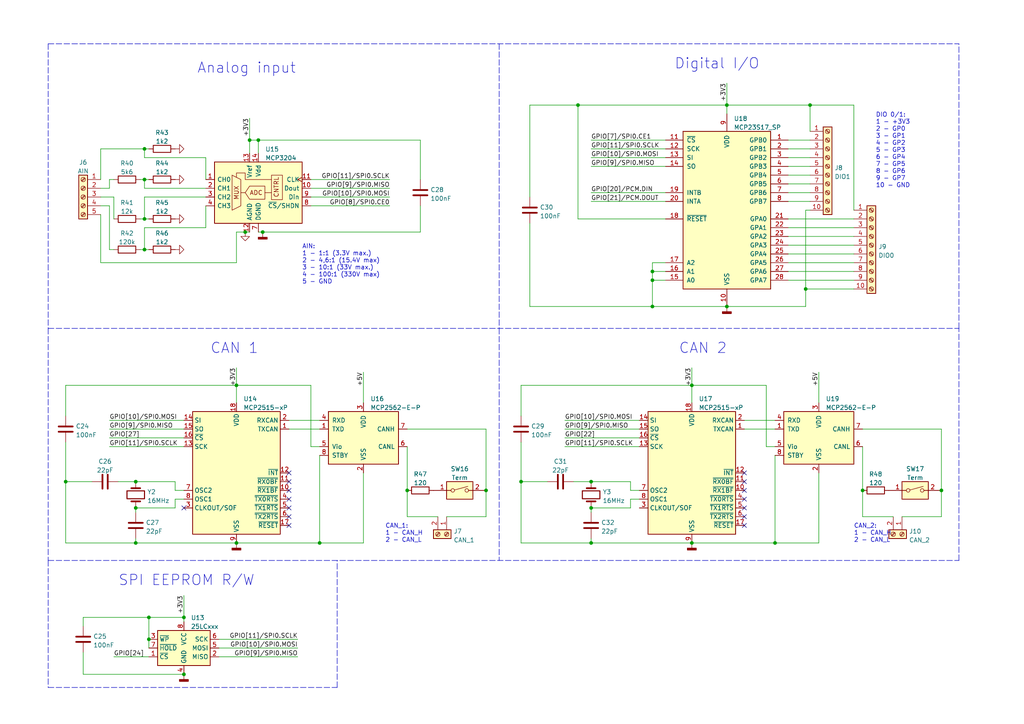
<source format=kicad_sch>
(kicad_sch (version 20211123) (generator eeschema)
  (paper "A4")
  (title_block (title "The Ulysses Board") (date "2022-09-04") (rev "1.3") (company "Dirk Gottschalk") (comment 1 "Extnded IO module") (comment 2 "Schematics") (comment 3 "Draft") (comment 4 "EN") (comment 5 "Tech- dev.") (comment 6 "n/a") (comment 7 "Dirk Gottschalk"))
  (lib_symbols
    (symbol "Analog_ADC:MCP3204" (pin_names (offset 0.762))
      (property "Reference" "U" (at -5.08 10.795 0))
      (property "Value" "MCP3204" (at -5.08 8.89 0))
      (symbol "MCP3204_0_0"
        (text "ADC" (at -0.635 -1.27 0) (effects (font (size 1.27 1.27))))
        (text "CNTRL" (at 5.969 -2.667 900) (effects (font (size 1.27 1.27)) (justify left bottom)))
        (text "MUX" (at -6.35 -1.27 900) (effects (font (size 1.27 1.27))))
      )
      (symbol "MCP3204_0_1"
        (polyline (pts (xy -5.08 -1.27) (xy -3.81 -1.27)))
        (polyline (pts (xy 1.905 -1.27) (xy 3.81 -1.27)))
        (polyline (pts (xy -7.62 3.81) (xy -7.62 -6.35) (xy -5.08 -5.08) (xy -5.08 2.54) (xy -7.62 3.81)))
        (polyline (pts (xy 3.81 2.54) (xy -3.81 2.54) (xy -3.81 4.445) (xy -6.35 4.445) (xy -6.35 3.175)))
        (polyline (pts (xy -3.81 -1.27) (xy -2.54 0.635) (xy 1.905 0.635) (xy 1.905 -3.175) (xy -2.54 -3.175) (xy -3.81 -1.27)))
        (rectangle (start 3.81 -3.302) (end 6.985 3.81))
        (rectangle (start 12.7 7.62) (end -12.7 -10.16) (stroke (width 0.254)) (fill (type background)))
      )
      (symbol "MCP3204_1_1"
        (pin input line (at -15.24 2.54 0) (length 2.54) (name "CH0") (number "1"))
        (pin output line (at 15.24 0 180) (length 2.54) (name "Dout") (number "10"))
        (pin input clock (at 15.24 2.54 180) (length 2.54) (name "CLK") (number "11"))
        (pin power_in line (at -2.54 -12.7 90) (length 2.54) (name "AGND") (number "12"))
        (pin power_in line (at -2.54 10.16 270) (length 2.54) (name "Vref") (number "13"))
        (pin power_in line (at 0 10.16 270) (length 2.54) (name "Vdd") (number "14"))
        (pin input line (at -15.24 0 0) (length 2.54) (name "CH1") (number "2"))
        (pin input line (at -15.24 -2.54 0) (length 2.54) (name "CH2") (number "3"))
        (pin input line (at -15.24 -5.08 0) (length 2.54) (name "CH3") (number "4"))
        (pin no_connect line (at -10.16 -12.7 90) (length 2.54) hide (name "NC") (number "5"))
        (pin no_connect line (at -7.62 -12.7 90) (length 2.54) hide (name "NC") (number "6"))
        (pin power_in line (at 0 -12.7 90) (length 2.54) (name "DGND") (number "7"))
        (pin input line (at 15.24 -5.08 180) (length 2.54) (name "~{CS}/SHDN") (number "8"))
        (pin input line (at 15.24 -2.54 180) (length 2.54) (name "Din") (number "9"))
      )
    )
    (symbol "Connector:Screw_Terminal_01x02" (pin_names (offset 1.016) hide)
      (property "Reference" "J" (at 0 2.54 0))
      (property "Value" "Screw_Terminal_01x02" (at 0 -5.08 0))
      (symbol "Screw_Terminal_01x02_1_1"
        (rectangle (start -1.27 1.27) (end 1.27 -3.81) (stroke (width 0.254)) (fill (type background)))
        (circle (center 0 -2.54) (radius 0.635) (stroke (width 0.1524)))
        (polyline (pts (xy -0.5334 -2.2098) (xy 0.3302 -3.048)) (stroke (width 0.1524)))
        (polyline (pts (xy -0.5334 0.3302) (xy 0.3302 -0.508)) (stroke (width 0.1524)))
        (polyline (pts (xy -0.3556 -2.032) (xy 0.508 -2.8702)) (stroke (width 0.1524)))
        (polyline (pts (xy -0.3556 0.508) (xy 0.508 -0.3302)) (stroke (width 0.1524)))
        (circle (center 0 0) (radius 0.635) (stroke (width 0.1524)))
        (pin passive line (at -5.08 0 0) (length 3.81) (name "Pin_1") (number "1"))
        (pin passive line (at -5.08 -2.54 0) (length 3.81) (name "Pin_2") (number "2"))
      )
    )
    (symbol "Connector:Screw_Terminal_01x05" (pin_names (offset 1.016) hide)
      (property "Reference" "J" (at 0 7.62 0))
      (property "Value" "Screw_Terminal_01x05" (at 0 -7.62 0))
      (symbol "Screw_Terminal_01x05_1_1"
        (rectangle (start -1.27 6.35) (end 1.27 -6.35) (stroke (width 0.254)) (fill (type background)))
        (circle (center 0 -5.08) (radius 0.635) (stroke (width 0.1524)))
        (circle (center 0 -2.54) (radius 0.635) (stroke (width 0.1524)))
        (polyline (pts (xy -0.5334 -4.7498) (xy 0.3302 -5.588)) (stroke (width 0.1524)))
        (polyline (pts (xy -0.5334 -2.2098) (xy 0.3302 -3.048)) (stroke (width 0.1524)))
        (polyline (pts (xy -0.5334 0.3302) (xy 0.3302 -0.508)) (stroke (width 0.1524)))
        (polyline (pts (xy -0.5334 2.8702) (xy 0.3302 2.032)) (stroke (width 0.1524)))
        (polyline (pts (xy -0.5334 5.4102) (xy 0.3302 4.572)) (stroke (width 0.1524)))
        (polyline (pts (xy -0.3556 -4.572) (xy 0.508 -5.4102)) (stroke (width 0.1524)))
        (polyline (pts (xy -0.3556 -2.032) (xy 0.508 -2.8702)) (stroke (width 0.1524)))
        (polyline (pts (xy -0.3556 0.508) (xy 0.508 -0.3302)) (stroke (width 0.1524)))
        (polyline (pts (xy -0.3556 3.048) (xy 0.508 2.2098)) (stroke (width 0.1524)))
        (polyline (pts (xy -0.3556 5.588) (xy 0.508 4.7498)) (stroke (width 0.1524)))
        (circle (center 0 0) (radius 0.635) (stroke (width 0.1524)))
        (circle (center 0 2.54) (radius 0.635) (stroke (width 0.1524)))
        (circle (center 0 5.08) (radius 0.635) (stroke (width 0.1524)))
        (pin passive line (at -5.08 5.08 0) (length 3.81) (name "Pin_1") (number "1"))
        (pin passive line (at -5.08 2.54 0) (length 3.81) (name "Pin_2") (number "2"))
        (pin passive line (at -5.08 0 0) (length 3.81) (name "Pin_3") (number "3"))
        (pin passive line (at -5.08 -2.54 0) (length 3.81) (name "Pin_4") (number "4"))
        (pin passive line (at -5.08 -5.08 0) (length 3.81) (name "Pin_5") (number "5"))
      )
    )
    (symbol "Connector:Screw_Terminal_01x10" (pin_names (offset 1.016) hide)
      (property "Reference" "J" (at 0 12.7 0))
      (property "Value" "Screw_Terminal_01x10" (at 0 -15.24 0))
      (symbol "Screw_Terminal_01x10_1_1"
        (rectangle (start -1.27 11.43) (end 1.27 -13.97) (stroke (width 0.254)) (fill (type background)))
        (circle (center 0 -12.7) (radius 0.635) (stroke (width 0.1524)))
        (circle (center 0 -10.16) (radius 0.635) (stroke (width 0.1524)))
        (circle (center 0 -7.62) (radius 0.635) (stroke (width 0.1524)))
        (circle (center 0 -5.08) (radius 0.635) (stroke (width 0.1524)))
        (circle (center 0 -2.54) (radius 0.635) (stroke (width 0.1524)))
        (polyline (pts (xy -0.5334 -12.3698) (xy 0.3302 -13.208)) (stroke (width 0.1524)))
        (polyline (pts (xy -0.5334 -9.8298) (xy 0.3302 -10.668)) (stroke (width 0.1524)))
        (polyline (pts (xy -0.5334 -7.2898) (xy 0.3302 -8.128)) (stroke (width 0.1524)))
        (polyline (pts (xy -0.5334 -4.7498) (xy 0.3302 -5.588)) (stroke (width 0.1524)))
        (polyline (pts (xy -0.5334 -2.2098) (xy 0.3302 -3.048)) (stroke (width 0.1524)))
        (polyline (pts (xy -0.5334 0.3302) (xy 0.3302 -0.508)) (stroke (width 0.1524)))
        (polyline (pts (xy -0.5334 2.8702) (xy 0.3302 2.032)) (stroke (width 0.1524)))
        (polyline (pts (xy -0.5334 5.4102) (xy 0.3302 4.572)) (stroke (width 0.1524)))
        (polyline (pts (xy -0.5334 7.9502) (xy 0.3302 7.112)) (stroke (width 0.1524)))
        (polyline (pts (xy -0.5334 10.4902) (xy 0.3302 9.652)) (stroke (width 0.1524)))
        (polyline (pts (xy -0.3556 -12.192) (xy 0.508 -13.0302)) (stroke (width 0.1524)))
        (polyline (pts (xy -0.3556 -9.652) (xy 0.508 -10.4902)) (stroke (width 0.1524)))
        (polyline (pts (xy -0.3556 -7.112) (xy 0.508 -7.9502)) (stroke (width 0.1524)))
        (polyline (pts (xy -0.3556 -4.572) (xy 0.508 -5.4102)) (stroke (width 0.1524)))
        (polyline (pts (xy -0.3556 -2.032) (xy 0.508 -2.8702)) (stroke (width 0.1524)))
        (polyline (pts (xy -0.3556 0.508) (xy 0.508 -0.3302)) (stroke (width 0.1524)))
        (polyline (pts (xy -0.3556 3.048) (xy 0.508 2.2098)) (stroke (width 0.1524)))
        (polyline (pts (xy -0.3556 5.588) (xy 0.508 4.7498)) (stroke (width 0.1524)))
        (polyline (pts (xy -0.3556 8.128) (xy 0.508 7.2898)) (stroke (width 0.1524)))
        (polyline (pts (xy -0.3556 10.668) (xy 0.508 9.8298)) (stroke (width 0.1524)))
        (circle (center 0 0) (radius 0.635) (stroke (width 0.1524)))
        (circle (center 0 2.54) (radius 0.635) (stroke (width 0.1524)))
        (circle (center 0 5.08) (radius 0.635) (stroke (width 0.1524)))
        (circle (center 0 7.62) (radius 0.635) (stroke (width 0.1524)))
        (circle (center 0 10.16) (radius 0.635) (stroke (width 0.1524)))
        (pin passive line (at -5.08 10.16 0) (length 3.81) (name "Pin_1") (number "1"))
        (pin passive line (at -5.08 -12.7 0) (length 3.81) (name "Pin_10") (number "10"))
        (pin passive line (at -5.08 7.62 0) (length 3.81) (name "Pin_2") (number "2"))
        (pin passive line (at -5.08 5.08 0) (length 3.81) (name "Pin_3") (number "3"))
        (pin passive line (at -5.08 2.54 0) (length 3.81) (name "Pin_4") (number "4"))
        (pin passive line (at -5.08 0 0) (length 3.81) (name "Pin_5") (number "5"))
        (pin passive line (at -5.08 -2.54 0) (length 3.81) (name "Pin_6") (number "6"))
        (pin passive line (at -5.08 -5.08 0) (length 3.81) (name "Pin_7") (number "7"))
        (pin passive line (at -5.08 -7.62 0) (length 3.81) (name "Pin_8") (number "8"))
        (pin passive line (at -5.08 -10.16 0) (length 3.81) (name "Pin_9") (number "9"))
      )
    )
    (symbol "Device:C" (pin_numbers hide) (pin_names (offset 0.254))
      (property "Reference" "C" (at 0.635 2.54 0))
      (property "Value" "C" (at 0.635 -2.54 0))
      (symbol "C_0_1"
        (polyline (pts (xy -2.032 -0.762) (xy 2.032 -0.762)) (stroke (width 0.508)))
        (polyline (pts (xy -2.032 0.762) (xy 2.032 0.762)) (stroke (width 0.508)))
      )
      (symbol "C_1_1"
        (pin passive line (at 0 3.81 270) (length 2.794) (name "~") (number "1"))
        (pin passive line (at 0 -3.81 90) (length 2.794) (name "~") (number "2"))
      )
    )
    (symbol "Device:Crystal" (pin_numbers hide) (pin_names (offset 1.016) hide)
      (property "Reference" "Y" (at 0 3.81 0))
      (property "Value" "Crystal" (at 0 -3.81 0))
      (symbol "Crystal_0_1"
        (rectangle (start -1.143 2.54) (end 1.143 -2.54) (stroke (width 0.3048)))
        (polyline (pts (xy -2.54 0) (xy -1.905 0)))
        (polyline (pts (xy -1.905 -1.27) (xy -1.905 1.27)) (stroke (width 0.508)))
        (polyline (pts (xy 1.905 -1.27) (xy 1.905 1.27)) (stroke (width 0.508)))
        (polyline (pts (xy 2.54 0) (xy 1.905 0)))
      )
      (symbol "Crystal_1_1"
        (pin passive line (at -3.81 0 0) (length 1.27) (name "1") (number "1"))
        (pin passive line (at 3.81 0 180) (length 1.27) (name "2") (number "2"))
      )
    )
    (symbol "Device:R" (pin_numbers hide) (pin_names (offset 0))
      (property "Reference" "R" (at 2.032 0 90))
      (property "Value" "R" (at 0 0 90))
      (symbol "R_0_1"
        (rectangle (start -1.016 -2.54) (end 1.016 2.54) (stroke (width 0.254)))
      )
      (symbol "R_1_1"
        (pin passive line (at 0 3.81 270) (length 1.27) (name "~") (number "1"))
        (pin passive line (at 0 -3.81 90) (length 1.27) (name "~") (number "2"))
      )
    )
    (symbol "Interface_CAN_LIN_custom:MCP2515-xP"
      (property "Reference" "U" (at -10.16 19.685 0))
      (property "Value" "MCP2515-xP" (at 19.05 20.32 0))
      (symbol "MCP2515-xP_0_1"
        (rectangle (start -12.7 17.78) (end 12.7 -17.78) (stroke (width 0.254)) (fill (type background)))
      )
      (symbol "MCP2515-xP_1_1"
        (pin output line (at 15.24 12.7 180) (length 2.54) (name "TXCAN") (number "1"))
        (pin output line (at 15.24 -5.08 180) (length 2.54) (name "~{RX1BF}") (number "10"))
        (pin output line (at 15.24 -2.54 180) (length 2.54) (name "~{RX0BF}") (number "11"))
        (pin output line (at 15.24 0 180) (length 2.54) (name "~{INT}") (number "12"))
        (pin input line (at -15.24 7.62 0) (length 2.54) (name "SCK") (number "13"))
        (pin input line (at -15.24 15.24 0) (length 2.54) (name "SI") (number "14"))
        (pin output line (at -15.24 12.7 0) (length 2.54) (name "SO") (number "15"))
        (pin input line (at -15.24 10.16 0) (length 2.54) (name "~{CS}") (number "16"))
        (pin input line (at 15.24 -15.24 180) (length 2.54) (name "~{RESET}") (number "17"))
        (pin power_in line (at 0 20.32 270) (length 2.54) (name "VDD") (number "18"))
        (pin input line (at 15.24 15.24 180) (length 2.54) (name "RXCAN") (number "2"))
        (pin output line (at -15.24 -10.16 0) (length 2.54) (name "CLKOUT/SOF") (number "3"))
        (pin input line (at 15.24 -7.62 180) (length 2.54) (name "~{TX0RTS}") (number "4"))
        (pin input line (at 15.24 -10.16 180) (length 2.54) (name "~{TX1RTS}") (number "5"))
        (pin input line (at 15.24 -12.7 180) (length 2.54) (name "~{TX2RTS}") (number "6"))
        (pin output line (at -15.24 -5.08 0) (length 2.54) (name "OSC2") (number "7"))
        (pin input line (at -15.24 -7.62 0) (length 2.54) (name "OSC1") (number "8"))
        (pin power_in line (at 0 -20.32 90) (length 2.54) (name "VSS") (number "9"))
      )
    )
    (symbol "Interface_Expansion:MCP23S17_SP" (pin_names (offset 1.016))
      (property "Reference" "U" (at -11.43 24.13 0))
      (property "Value" "MCP23S17_SP" (at 0 0 0))
      (symbol "MCP23S17_SP_0_1"
        (rectangle (start -12.7 22.86) (end 12.7 -22.86) (stroke (width 0.254)) (fill (type background)))
      )
      (symbol "MCP23S17_SP_1_1"
        (pin bidirectional line (at 17.78 20.32 180) (length 5.08) (name "GPB0") (number "1"))
        (pin power_in line (at 0 -27.94 90) (length 5.08) (name "VSS") (number "10"))
        (pin input line (at -17.78 20.32 0) (length 5.08) (name "~{CS}") (number "11"))
        (pin input line (at -17.78 17.78 0) (length 5.08) (name "SCK") (number "12"))
        (pin input line (at -17.78 15.24 0) (length 5.08) (name "SI") (number "13"))
        (pin output line (at -17.78 12.7 0) (length 5.08) (name "SO") (number "14"))
        (pin input line (at -17.78 -20.32 0) (length 5.08) (name "A0") (number "15"))
        (pin input line (at -17.78 -17.78 0) (length 5.08) (name "A1") (number "16"))
        (pin input line (at -17.78 -15.24 0) (length 5.08) (name "A2") (number "17"))
        (pin input line (at -17.78 -2.54 0) (length 5.08) (name "~{RESET}") (number "18"))
        (pin tri_state line (at -17.78 5.08 0) (length 5.08) (name "INTB") (number "19"))
        (pin bidirectional line (at 17.78 17.78 180) (length 5.08) (name "GPB1") (number "2"))
        (pin tri_state line (at -17.78 2.54 0) (length 5.08) (name "INTA") (number "20"))
        (pin bidirectional line (at 17.78 -2.54 180) (length 5.08) (name "GPA0") (number "21"))
        (pin bidirectional line (at 17.78 -5.08 180) (length 5.08) (name "GPA1") (number "22"))
        (pin bidirectional line (at 17.78 -7.62 180) (length 5.08) (name "GPA2") (number "23"))
        (pin bidirectional line (at 17.78 -10.16 180) (length 5.08) (name "GPA3") (number "24"))
        (pin bidirectional line (at 17.78 -12.7 180) (length 5.08) (name "GPA4") (number "25"))
        (pin bidirectional line (at 17.78 -15.24 180) (length 5.08) (name "GPA5") (number "26"))
        (pin bidirectional line (at 17.78 -17.78 180) (length 5.08) (name "GPA6") (number "27"))
        (pin bidirectional line (at 17.78 -20.32 180) (length 5.08) (name "GPA7") (number "28"))
        (pin bidirectional line (at 17.78 15.24 180) (length 5.08) (name "GPB2") (number "3"))
        (pin bidirectional line (at 17.78 12.7 180) (length 5.08) (name "GPB3") (number "4"))
        (pin bidirectional line (at 17.78 10.16 180) (length 5.08) (name "GPB4") (number "5"))
        (pin bidirectional line (at 17.78 7.62 180) (length 5.08) (name "GPB5") (number "6"))
        (pin bidirectional line (at 17.78 5.08 180) (length 5.08) (name "GPB6") (number "7"))
        (pin bidirectional line (at 17.78 2.54 180) (length 5.08) (name "GPB7") (number "8"))
        (pin power_in line (at 0 27.94 270) (length 5.08) (name "VDD") (number "9"))
      )
    )
    (symbol "MCP2562-E-P_1" (pin_names (offset 1.016))
      (property "Reference" "U" (at -10.16 8.89 0))
      (property "Value" "MCP2562-E-P_1" (at 2.54 8.89 0))
      (symbol "MCP2562-E-P_1_0_1"
        (rectangle (start -10.16 7.62) (end 10.16 -7.62) (stroke (width 0.254)) (fill (type background)))
      )
      (symbol "MCP2562-E-P_1_1_1"
        (pin input line (at -12.7 2.54 0) (length 2.54) (name "TXD") (number "1"))
        (pin power_in line (at 0 -10.16 90) (length 2.54) (name "VSS") (number "2"))
        (pin power_in line (at 0 10.16 270) (length 2.54) (name "VDD") (number "3"))
        (pin output line (at -12.7 5.08 0) (length 2.54) (name "RXD") (number "4"))
        (pin power_in line (at -12.7 -2.54 0) (length 2.54) (name "Vio") (number "5"))
        (pin bidirectional line (at 12.7 -2.54 180) (length 2.54) (name "CANL") (number "6"))
        (pin bidirectional line (at 12.7 2.54 180) (length 2.54) (name "CANH") (number "7"))
        (pin input line (at -12.7 -5.08 0) (length 2.54) (name "STBY") (number "8"))
      )
    )
    (symbol "Memory_EEPROM:25LCxxx"
      (property "Reference" "U" (at -7.62 6.35 0))
      (property "Value" "25LCxxx" (at 2.54 -6.35 0))
      (symbol "25LCxxx_1_1"
        (rectangle (start -7.62 5.08) (end 7.62 -5.08) (stroke (width 0.254)) (fill (type background)))
        (pin input line (at -10.16 -2.54 0) (length 2.54) (name "~{CS}") (number "1"))
        (pin tri_state line (at 10.16 -2.54 180) (length 2.54) (name "MISO") (number "2"))
        (pin input line (at -10.16 2.54 0) (length 2.54) (name "~{WP}") (number "3"))
        (pin power_in line (at 0 -7.62 90) (length 2.54) (name "GND") (number "4"))
        (pin input line (at 10.16 0 180) (length 2.54) (name "MOSI") (number "5"))
        (pin input line (at 10.16 2.54 180) (length 2.54) (name "SCK") (number "6"))
        (pin input line (at -10.16 0 0) (length 2.54) (name "~{HOLD}") (number "7"))
        (pin power_in line (at 0 7.62 270) (length 2.54) (name "VCC") (number "8"))
      )
    )
    (symbol "Switch:SW_DIP_x01" (pin_names (offset 0) hide)
      (property "Reference" "SW" (at 0 3.81 0))
      (property "Value" "SW_DIP_x01" (at 0 -3.81 0))
      (symbol "SW_DIP_x01_0_0"
        (circle (center -2.032 0) (radius 0.508))
        (polyline (pts (xy -1.524 0.127) (xy 2.3622 1.1684)))
        (circle (center 2.032 0) (radius 0.508))
      )
      (symbol "SW_DIP_x01_0_1"
        (rectangle (start -3.81 2.54) (end 3.81 -2.54) (stroke (width 0.254)) (fill (type background)))
      )
      (symbol "SW_DIP_x01_1_1"
        (pin passive line (at -7.62 0 0) (length 5.08) (name "~") (number "1"))
        (pin passive line (at 7.62 0 180) (length 5.08) (name "~") (number "2"))
      )
    )
    (symbol "power:GNDA" (power) (pin_names (offset 0))
      (property "Value" "GNDA" (at 0 -3.81 0))
      (symbol "GNDA_0_1"
        (polyline (pts (xy 0 0) (xy 0 -1.27) (xy 1.27 -1.27) (xy 0 -2.54) (xy -1.27 -1.27) (xy 0 -1.27)))
      )
      (symbol "GNDA_1_1"
        (pin power_in line (at 0 0 270) (length 0) hide (name "GNDA") (number "1"))
      )
    )
    (symbol "power:GNDD" (power) (pin_names (offset 0))
      (property "Value" "GNDD" (at 0 -3.175 0))
      (symbol "GNDD_0_1"
        (rectangle (start -1.27 -1.524) (end 1.27 -2.032) (stroke (width 0.254)) (fill (type outline)))
        (polyline (pts (xy 0 0) (xy 0 -1.524)))
      )
      (symbol "GNDD_1_1"
        (pin power_in line (at 0 0 270) (length 0) hide (name "GNDD") (number "1"))
      )
    )
  )
  (junction (at 71.12 67.31))
  (junction (at 74.93 40.64))
  (junction (at 224.79 157.48))
  (junction (at 189.23 88.9))
  (junction (at 171.45 157.48))
  (junction (at 210.82 30.48))
  (junction (at 41.91 72.39))
  (junction (at 72.39 40.64))
  (junction (at 210.82 88.9))
  (junction (at 140.97 142.24))
  (junction (at 53.34 195.58))
  (junction (at 233.68 83.82))
  (junction (at 171.45 147.32))
  (junction (at 151.13 139.7))
  (junction (at 39.37 157.48))
  (junction (at 53.34 179.07))
  (junction (at 189.23 81.28))
  (junction (at 171.45 139.7))
  (junction (at 41.91 52.07))
  (junction (at 167.64 30.48))
  (junction (at 39.37 139.7))
  (junction (at 189.23 78.74))
  (junction (at 39.37 147.32))
  (junction (at 92.71 157.48))
  (junction (at 68.58 157.48))
  (junction (at 118.11 142.24))
  (junction (at 200.66 111.76))
  (junction (at 41.91 63.5))
  (junction (at 68.58 111.76))
  (junction (at 76.2 67.31))
  (junction (at 43.18 185.42))
  (junction (at 43.18 179.07))
  (junction (at 273.05 142.24))
  (junction (at 250.19 142.24))
  (junction (at 41.91 43.18))
  (junction (at 234.95 30.48))
  (junction (at 200.66 157.48))
  (junction (at 19.05 139.7))
  (no_connect (at 215.9 137.16))
  (no_connect (at 215.9 139.7))
  (no_connect (at 215.9 142.24))
  (no_connect (at 215.9 144.78))
  (no_connect (at 215.9 147.32))
  (no_connect (at 215.9 149.86))
  (no_connect (at 215.9 152.4))
  (no_connect (at 83.82 137.16))
  (no_connect (at 83.82 139.7))
  (no_connect (at 83.82 142.24))
  (no_connect (at 83.82 152.4))
  (no_connect (at 83.82 144.78))
  (no_connect (at 83.82 147.32))
  (no_connect (at 83.82 149.86))
  (no_connect (at 53.34 147.32))
  (wire (pts (xy 234.95 45.72) (xy 228.6 45.72)))
  (wire (pts (xy 171.45 157.48) (xy 200.66 157.48)))
  (wire (pts (xy 29.21 57.15) (xy 33.02 57.15)))
  (wire (pts (xy 41.91 52.07) (xy 40.64 52.07)))
  (wire (pts (xy 167.64 30.48) (xy 210.82 30.48)))
  (wire (pts (xy 29.21 43.18) (xy 41.91 43.18)))
  (wire (pts (xy 121.92 40.64) (xy 121.92 52.07)))
  (wire (pts (xy 59.69 54.61) (xy 41.91 54.61)))
  (wire (pts (xy 31.75 124.46) (xy 53.34 124.46)))
  (wire (pts (xy 163.83 121.92) (xy 185.42 121.92)))
  (wire (pts (xy 127 149.86) (xy 118.11 149.86)))
  (polyline (pts (xy 13.97 199.39) (xy 97.79 199.39)))
  (wire (pts (xy 228.6 73.66) (xy 247.65 73.66)))
  (polyline (pts (xy 13.97 162.56) (xy 278.13 162.56)))
  (wire (pts (xy 193.04 76.2) (xy 189.23 76.2)))
  (wire (pts (xy 24.13 189.23) (xy 24.13 195.58)))
  (wire (pts (xy 250.19 149.86) (xy 250.19 142.24)))
  (wire (pts (xy 224.79 129.54) (xy 222.25 129.54)))
  (wire (pts (xy 41.91 63.5) (xy 40.64 63.5)))
  (wire (pts (xy 228.6 63.5) (xy 247.65 63.5)))
  (wire (pts (xy 39.37 147.32) (xy 50.8 147.32)))
  (wire (pts (xy 215.9 124.46) (xy 224.79 124.46)))
  (wire (pts (xy 39.37 139.7) (xy 50.8 139.7)))
  (wire (pts (xy 29.21 76.2) (xy 68.58 76.2)))
  (wire (pts (xy 33.02 72.39) (xy 31.75 72.39)))
  (wire (pts (xy 129.54 149.86) (xy 140.97 149.86)))
  (wire (pts (xy 68.58 111.76) (xy 68.58 116.84)))
  (wire (pts (xy 39.37 157.48) (xy 68.58 157.48)))
  (wire (pts (xy 182.88 147.32) (xy 182.88 144.78)))
  (wire (pts (xy 234.95 48.26) (xy 228.6 48.26)))
  (wire (pts (xy 24.13 179.07) (xy 43.18 179.07)))
  (wire (pts (xy 215.9 121.92) (xy 224.79 121.92)))
  (wire (pts (xy 59.69 45.72) (xy 41.91 45.72)))
  (wire (pts (xy 247.65 60.96) (xy 247.65 30.48)))
  (wire (pts (xy 59.69 66.04) (xy 41.91 66.04)))
  (wire (pts (xy 259.08 149.86) (xy 250.19 149.86)))
  (wire (pts (xy 41.91 45.72) (xy 41.91 43.18)))
  (wire (pts (xy 151.13 139.7) (xy 151.13 157.48)))
  (wire (pts (xy 167.64 63.5) (xy 167.64 30.48)))
  (wire (pts (xy 234.95 55.88) (xy 228.6 55.88)))
  (wire (pts (xy 19.05 139.7) (xy 26.67 139.7)))
  (wire (pts (xy 151.13 128.27) (xy 151.13 139.7)))
  (wire (pts (xy 237.49 137.16) (xy 237.49 157.48)))
  (wire (pts (xy 151.13 111.76) (xy 200.66 111.76)))
  (wire (pts (xy 43.18 52.07) (xy 41.91 52.07)))
  (polyline (pts (xy 13.97 95.25) (xy 13.97 162.56)))
  (wire (pts (xy 189.23 76.2) (xy 189.23 78.74)))
  (wire (pts (xy 39.37 147.32) (xy 39.37 148.59)))
  (wire (pts (xy 105.41 137.16) (xy 105.41 157.48)))
  (wire (pts (xy 171.45 45.72) (xy 193.04 45.72)))
  (wire (pts (xy 224.79 157.48) (xy 200.66 157.48)))
  (wire (pts (xy 53.34 179.07) (xy 53.34 180.34)))
  (wire (pts (xy 228.6 71.12) (xy 247.65 71.12)))
  (wire (pts (xy 41.91 43.18) (xy 43.18 43.18)))
  (wire (pts (xy 24.13 179.07) (xy 24.13 181.61)))
  (wire (pts (xy 29.21 54.61) (xy 31.75 54.61)))
  (wire (pts (xy 182.88 142.24) (xy 185.42 142.24)))
  (wire (pts (xy 166.37 139.7) (xy 171.45 139.7)))
  (wire (pts (xy 50.8 139.7) (xy 50.8 142.24)))
  (wire (pts (xy 63.5 187.96) (xy 86.36 187.96)))
  (wire (pts (xy 234.95 43.18) (xy 228.6 43.18)))
  (wire (pts (xy 41.91 57.15) (xy 41.91 63.5)))
  (wire (pts (xy 210.82 88.9) (xy 189.23 88.9)))
  (wire (pts (xy 105.41 107.95) (xy 105.41 116.84)))
  (wire (pts (xy 63.5 190.5) (xy 86.36 190.5)))
  (wire (pts (xy 171.45 58.42) (xy 193.04 58.42)))
  (wire (pts (xy 234.95 40.64) (xy 228.6 40.64)))
  (wire (pts (xy 118.11 129.54) (xy 118.11 142.24)))
  (wire (pts (xy 19.05 120.65) (xy 19.05 111.76)))
  (wire (pts (xy 74.93 40.64) (xy 72.39 40.64)))
  (wire (pts (xy 59.69 52.07) (xy 59.69 45.72)))
  (wire (pts (xy 247.65 83.82) (xy 233.68 83.82)))
  (wire (pts (xy 83.82 121.92) (xy 92.71 121.92)))
  (wire (pts (xy 19.05 111.76) (xy 68.58 111.76)))
  (polyline (pts (xy 144.78 95.25) (xy 144.78 162.56)))
  (polyline (pts (xy 13.97 12.7) (xy 278.13 12.7)))
  (wire (pts (xy 92.71 129.54) (xy 90.17 129.54)))
  (wire (pts (xy 118.11 124.46) (xy 140.97 124.46)))
  (wire (pts (xy 121.92 59.69) (xy 121.92 67.31)))
  (wire (pts (xy 273.05 149.86) (xy 273.05 142.24)))
  (wire (pts (xy 90.17 111.76) (xy 68.58 111.76)))
  (wire (pts (xy 234.95 60.96) (xy 233.68 60.96)))
  (polyline (pts (xy 13.97 12.7) (xy 13.97 95.25)))
  (wire (pts (xy 151.13 120.65) (xy 151.13 111.76)))
  (wire (pts (xy 90.17 54.61) (xy 113.03 54.61)))
  (wire (pts (xy 72.39 34.29) (xy 72.39 40.64)))
  (wire (pts (xy 163.83 129.54) (xy 185.42 129.54)))
  (wire (pts (xy 234.95 50.8) (xy 228.6 50.8)))
  (wire (pts (xy 43.18 63.5) (xy 41.91 63.5)))
  (wire (pts (xy 153.67 57.15) (xy 153.67 30.48)))
  (wire (pts (xy 59.69 57.15) (xy 41.91 57.15)))
  (wire (pts (xy 210.82 30.48) (xy 210.82 33.02)))
  (wire (pts (xy 171.45 147.32) (xy 182.88 147.32)))
  (wire (pts (xy 228.6 78.74) (xy 247.65 78.74)))
  (wire (pts (xy 234.95 38.1) (xy 234.95 30.48)))
  (polyline (pts (xy 13.97 162.56) (xy 13.97 199.39)))
  (wire (pts (xy 234.95 58.42) (xy 228.6 58.42)))
  (wire (pts (xy 151.13 139.7) (xy 158.75 139.7)))
  (wire (pts (xy 171.45 55.88) (xy 193.04 55.88)))
  (wire (pts (xy 105.41 157.48) (xy 92.71 157.48)))
  (wire (pts (xy 233.68 60.96) (xy 233.68 83.82)))
  (wire (pts (xy 19.05 157.48) (xy 39.37 157.48)))
  (wire (pts (xy 29.21 59.69) (xy 31.75 59.69)))
  (wire (pts (xy 72.39 40.64) (xy 72.39 44.45)))
  (wire (pts (xy 50.8 142.24) (xy 53.34 142.24)))
  (wire (pts (xy 210.82 24.13) (xy 210.82 30.48)))
  (wire (pts (xy 90.17 129.54) (xy 90.17 111.76)))
  (wire (pts (xy 41.91 72.39) (xy 40.64 72.39)))
  (wire (pts (xy 31.75 54.61) (xy 31.75 52.07)))
  (wire (pts (xy 43.18 179.07) (xy 43.18 185.42)))
  (wire (pts (xy 200.66 106.68) (xy 200.66 111.76)))
  (wire (pts (xy 71.12 67.31) (xy 72.39 67.31)))
  (wire (pts (xy 43.18 185.42) (xy 43.18 187.96)))
  (wire (pts (xy 171.45 43.18) (xy 193.04 43.18)))
  (wire (pts (xy 228.6 76.2) (xy 247.65 76.2)))
  (wire (pts (xy 34.29 139.7) (xy 39.37 139.7)))
  (wire (pts (xy 171.45 48.26) (xy 193.04 48.26)))
  (wire (pts (xy 90.17 59.69) (xy 113.03 59.69)))
  (wire (pts (xy 74.93 44.45) (xy 74.93 40.64)))
  (wire (pts (xy 31.75 121.92) (xy 53.34 121.92)))
  (wire (pts (xy 222.25 129.54) (xy 222.25 111.76)))
  (wire (pts (xy 189.23 78.74) (xy 189.23 81.28)))
  (wire (pts (xy 171.45 139.7) (xy 182.88 139.7)))
  (polyline (pts (xy 278.13 162.56) (xy 278.13 95.25)))
  (wire (pts (xy 50.8 144.78) (xy 53.34 144.78)))
  (wire (pts (xy 250.19 124.46) (xy 273.05 124.46)))
  (wire (pts (xy 237.49 107.95) (xy 237.49 116.84)))
  (wire (pts (xy 182.88 144.78) (xy 185.42 144.78)))
  (wire (pts (xy 237.49 157.48) (xy 224.79 157.48)))
  (wire (pts (xy 182.88 139.7) (xy 182.88 142.24)))
  (wire (pts (xy 29.21 52.07) (xy 29.21 43.18)))
  (wire (pts (xy 74.93 67.31) (xy 76.2 67.31)))
  (wire (pts (xy 234.95 30.48) (xy 210.82 30.48)))
  (wire (pts (xy 151.13 157.48) (xy 171.45 157.48)))
  (wire (pts (xy 234.95 53.34) (xy 228.6 53.34)))
  (wire (pts (xy 250.19 129.54) (xy 250.19 142.24)))
  (wire (pts (xy 222.25 111.76) (xy 200.66 111.76)))
  (wire (pts (xy 53.34 172.72) (xy 53.34 179.07)))
  (wire (pts (xy 228.6 66.04) (xy 247.65 66.04)))
  (wire (pts (xy 43.18 72.39) (xy 41.91 72.39)))
  (wire (pts (xy 31.75 129.54) (xy 53.34 129.54)))
  (wire (pts (xy 19.05 139.7) (xy 19.05 157.48)))
  (wire (pts (xy 171.45 147.32) (xy 171.45 148.59)))
  (wire (pts (xy 200.66 111.76) (xy 200.66 116.84)))
  (wire (pts (xy 90.17 52.07) (xy 113.03 52.07)))
  (wire (pts (xy 31.75 127) (xy 53.34 127)))
  (wire (pts (xy 118.11 149.86) (xy 118.11 142.24)))
  (wire (pts (xy 189.23 78.74) (xy 193.04 78.74)))
  (wire (pts (xy 92.71 157.48) (xy 68.58 157.48)))
  (wire (pts (xy 59.69 59.69) (xy 59.69 66.04)))
  (wire (pts (xy 33.02 57.15) (xy 33.02 63.5)))
  (wire (pts (xy 153.67 88.9) (xy 189.23 88.9)))
  (polyline (pts (xy 13.97 95.25) (xy 278.13 95.25)))
  (wire (pts (xy 153.67 30.48) (xy 167.64 30.48)))
  (wire (pts (xy 163.83 127) (xy 185.42 127)))
  (wire (pts (xy 171.45 156.21) (xy 171.45 157.48)))
  (wire (pts (xy 41.91 54.61) (xy 41.91 52.07)))
  (wire (pts (xy 163.83 124.46) (xy 185.42 124.46)))
  (wire (pts (xy 29.21 62.23) (xy 29.21 76.2)))
  (wire (pts (xy 92.71 132.08) (xy 92.71 157.48)))
  (wire (pts (xy 63.5 185.42) (xy 86.36 185.42)))
  (wire (pts (xy 171.45 40.64) (xy 193.04 40.64)))
  (wire (pts (xy 31.75 59.69) (xy 31.75 72.39)))
  (wire (pts (xy 247.65 30.48) (xy 234.95 30.48)))
  (wire (pts (xy 31.75 52.07) (xy 33.02 52.07)))
  (wire (pts (xy 19.05 128.27) (xy 19.05 139.7)))
  (wire (pts (xy 90.17 57.15) (xy 113.03 57.15)))
  (wire (pts (xy 210.82 88.9) (xy 233.68 88.9)))
  (wire (pts (xy 224.79 132.08) (xy 224.79 157.48)))
  (wire (pts (xy 189.23 81.28) (xy 189.23 88.9)))
  (wire (pts (xy 83.82 124.46) (xy 92.71 124.46)))
  (wire (pts (xy 193.04 63.5) (xy 167.64 63.5)))
  (wire (pts (xy 68.58 76.2) (xy 68.58 67.31)))
  (wire (pts (xy 39.37 156.21) (xy 39.37 157.48)))
  (wire (pts (xy 153.67 64.77) (xy 153.67 88.9)))
  (wire (pts (xy 68.58 106.68) (xy 68.58 111.76)))
  (wire (pts (xy 33.02 190.5) (xy 43.18 190.5)))
  (wire (pts (xy 261.62 149.86) (xy 273.05 149.86)))
  (polyline (pts (xy 144.78 12.7) (xy 144.78 95.25)))
  (wire (pts (xy 228.6 68.58) (xy 247.65 68.58)))
  (wire (pts (xy 24.13 195.58) (xy 53.34 195.58)))
  (wire (pts (xy 140.97 149.86) (xy 140.97 142.24)))
  (polyline (pts (xy 278.13 95.25) (xy 278.13 12.7)))
  (wire (pts (xy 68.58 67.31) (xy 71.12 67.31)))
  (wire (pts (xy 41.91 66.04) (xy 41.91 72.39)))
  (wire (pts (xy 233.68 88.9) (xy 233.68 83.82)))
  (wire (pts (xy 43.18 179.07) (xy 53.34 179.07)))
  (wire (pts (xy 76.2 67.31) (xy 121.92 67.31)))
  (wire (pts (xy 121.92 40.64) (xy 74.93 40.64)))
  (wire (pts (xy 228.6 81.28) (xy 247.65 81.28)))
  (wire (pts (xy 193.04 81.28) (xy 189.23 81.28)))
  (wire (pts (xy 140.97 124.46) (xy 140.97 142.24)))
  (wire (pts (xy 273.05 124.46) (xy 273.05 142.24)))
  (wire (pts (xy 50.8 147.32) (xy 50.8 144.78)))
  (polyline (pts (xy 97.79 199.39) (xy 97.79 162.56)))
  (text "CAN_1:\n1 - CAN_H\n2 - CAN_L" (at 111.76 157.48 0) (effects (font (size 1.27 1.27)) (justify left bottom)))
  (text "CAN 2" (at 196.85 102.87 0) (effects (font (size 3 3)) (justify left bottom)))
  (text "Digital I/O" (at 195.58 20.32 0) (effects (font (size 3 3)) (justify left bottom)))
  (text "CAN_2:\n1 - CAN_H\n2 - CAN_L" (at 247.65 157.48 0) (effects (font (size 1.27 1.27)) (justify left bottom)))
  (text "AIN:\n1 - 1:1 (3.3V max.)\n2 - 4,6:1 (15.4V max)\n3 - 10:1 (33V max.)\n4 - 100:1 (330V max)\n5 - GND" (at 87.63 82.55 0) (effects (font (size 1.27 1.27)) (justify left bottom)))
  (text "CAN 1" (at 60.96 102.87 0) (effects (font (size 3 3)) (justify left bottom)))
  (text "Analog input" (at 57.15 21.59 0) (effects (font (size 3 3)) (justify left bottom)))
  (text "DIO 0/1:\n1 - +3V3\n2 - GP0\n3 - GP1\n4 - GP2\n5 - GP3\n6 - GP4\n7 - GP5\n8 - GP6\n9 - GP7\n10 - GND\n" (at 254 54.61 0) (effects (font (size 1.27 1.27)) (justify left bottom)))
  (text "SPI EEPROM R/W" (at 34.29 170.18 0) (effects (font (size 3 3)) (justify left bottom)))
  (label "+3V3" (at 53.34 172.72 270))
  (label "GPIO[9]{slash}SPI0.MISO" (at 31.75 124.46 0))
  (label "GPIO[11]{slash}SPI0.SCLK" (at 86.36 185.42 180))
  (label "+5V" (at 105.41 107.95 270))
  (label "GPIO[9]{slash}SPI0.MISO" (at 163.83 124.46 0))
  (label "GPIO[27]" (at 31.75 127 0))
  (label "GPIO[10]{slash}SPI0.MOSI" (at 113.03 57.15 180))
  (label "+3V3" (at 200.66 106.68 270))
  (label "+3V3" (at 68.58 106.68 270))
  (label "GPIO[9]{slash}SPI0.MISO" (at 171.45 48.26 0))
  (label "GPIO[11]{slash}SPI0.SCLK" (at 171.45 43.18 0))
  (label "GPIO[9]{slash}SPI0.MISO" (at 113.03 54.61 180))
  (label "GPIO[10]{slash}SPI0.MOSI" (at 86.36 187.96 180))
  (label "GPIO[11]{slash}SPI0.SCLK" (at 31.75 129.54 0))
  (label "GPIO[11]{slash}SPI0.SCLK" (at 113.03 52.07 180))
  (label "+5V" (at 237.49 107.95 270))
  (label "GPIO[7]{slash}SPI0.CE1" (at 171.45 40.64 0))
  (label "GPIO[21]{slash}PCM.DOUT" (at 171.45 58.42 0))
  (label "GPIO[20]{slash}PCM.DIN" (at 171.45 55.88 0))
  (label "GPIO[9]{slash}SPI0.MISO" (at 86.36 190.5 180))
  (label "GPIO[10]{slash}SPI0.MOSI" (at 171.45 45.72 0))
  (label "GPIO[10]{slash}SPI0.MOSI" (at 31.75 121.92 0))
  (label "+3V3" (at 72.39 34.29 270))
  (label "GPIO[24]" (at 33.02 190.5 0))
  (label "GPIO[11]{slash}SPI0.SCLK" (at 163.83 129.54 0))
  (label "GPIO[10]{slash}SPI0.MOSI" (at 163.83 121.92 0))
  (label "GPIO[8]{slash}SPI0.CE0" (at 113.03 59.69 180))
  (label "+3V3" (at 210.82 24.13 270))
  (label "GPIO[22]" (at 163.83 127 0))
  (symbol (lib_id "Device:C") (at 153.67 60.96 0) (unit 1)
    (property "Reference" "C30" (at 156.591 60.1253 0) (effects (justify left)))
    (property "Value" "100nF" (at 156.591 62.6622 0) (effects (justify left)))
  )
  (symbol (lib_id "Connector:Screw_Terminal_01x02") (at 129.54 154.94 270) (unit 1)
    (property "Reference" "J7" (at 131.572 154.1053 90) (effects (justify left)))
    (property "Value" "CAN_1" (at 131.572 156.6422 90) (effects (justify left)))
  )
  (symbol (lib_id "power:GNDD") (at 68.58 157.48 0) (unit 1)
    (property "Reference" "#PWR025" (effects hide))
    (property "Value" "GNDD" (effects hide))
  )
  (symbol (lib_id "Device:R") (at 36.83 72.39 90) (unit 1)
    (property "Reference" "R42" (at 36.83 67.6742 90))
    (property "Value" "120k" (at 36.83 70.2111 90))
  )
  (symbol (lib_id "Switch:SW_DIP_x01") (at 133.35 142.24 0) (unit 1)
    (property "Reference" "SW16" (at 133.35 136.0002 0))
    (property "Value" "Term" (at 133.35 138.5371 0))
  )
  (symbol (lib_id "Analog_ADC:MCP3204") (at 74.93 54.61 0) (unit 1)
    (property "Reference" "U15" (at 76.9494 43.2902 0) (effects (justify left)))
    (property "Value" "MCP3204" (at 76.9494 45.8271 0) (effects (justify left)))
    (property "Datasheet" "http://ww1.microchip.com/downloads/en/DeviceDoc/21298c.pdf" (effects hide))
  )
  (symbol (lib_id "power:GNDD") (at 76.2 67.31 0) (unit 1)
    (property "Reference" "#PWR027" (effects hide))
    (property "Value" "GNDD" (effects hide))
  )
  (symbol (lib_id "Device:C") (at 39.37 152.4 0) (unit 1)
    (property "Reference" "C27" (at 42.291 151.5653 0) (effects (justify left)))
    (property "Value" "22pF" (at 42.291 154.1022 0) (effects (justify left)))
  )
  (symbol (lib_id "Connector:Screw_Terminal_01x10") (at 252.73 71.12 0) (unit 1)
    (property "Reference" "J9" (at 254.762 71.5553 0) (effects (justify left)))
    (property "Value" "DIO0" (at 254.762 74.0922 0) (effects (justify left)))
  )
  (symbol (lib_id "Device:R") (at 254 142.24 90) (unit 1)
    (property "Reference" "R48" (at 254 137.5242 90))
    (property "Value" "120" (at 254 140.0611 90))
  )
  (symbol (lib_id "Device:C") (at 24.13 185.42 0) (unit 1)
    (property "Reference" "C25" (at 27.051 184.5853 0) (effects (justify left)))
    (property "Value" "100nF" (at 27.051 187.1222 0) (effects (justify left)))
  )
  (symbol (lib_id "Device:Crystal") (at 39.37 143.51 90) (unit 1)
    (property "Reference" "Y2" (at 42.6974 142.6753 90) (effects (justify right)))
    (property "Value" "16MHz" (at 42.6974 145.2122 90) (effects (justify right)))
  )
  (symbol (lib_id "Connector:Screw_Terminal_01x05") (at 24.13 57.15 0) (mirror y) (unit 1)
    (property "Reference" "J6" (at 24.13 47.1002 0))
    (property "Value" "AIN" (at 24.13 49.6371 0))
  )
  (symbol (lib_id "Device:R") (at 46.99 72.39 90) (unit 1)
    (property "Reference" "R46" (at 46.99 67.6742 90))
    (property "Value" "1k2" (at 46.99 70.2111 90))
  )
  (symbol (lib_id "power:GNDD") (at 210.82 88.9 0) (unit 1)
    (property "Reference" "#PWR029" (effects hide))
    (property "Value" "GNDD" (effects hide))
  )
  (symbol (lib_name "MCP2562-E-P_1") (lib_id "Interface_CAN_LIN_custom:MCP2562-E-P") (at 105.41 127 0) (unit 1)
    (property "Reference" "U16" (at 107.4294 115.6802 0) (effects (justify left)))
    (property "Value" "MCP2562-E-P" (at 107.4294 118.2171 0) (effects (justify left)))
    (property "Footprint" "Package_DIP:DIP-8_W7.62mm" (effects hide))
    (property "Datasheet" "http://ww1.microchip.com/downloads/en/DeviceDoc/25167A.pdf" (effects hide))
  )
  (symbol (lib_id "Device:C") (at 19.05 124.46 180) (unit 1)
    (property "Reference" "C24" (at 21.971 123.6253 0) (effects (justify right)))
    (property "Value" "100nF" (at 21.971 126.1622 0) (effects (justify right)))
  )
  (symbol (lib_id "Memory_EEPROM:25LCxxx") (at 53.34 187.96 0) (unit 1)
    (property "Reference" "U13" (at 55.3594 179.1802 0) (effects (justify left)))
    (property "Value" "25LCxxx" (at 55.3594 181.7171 0) (effects (justify left)))
    (property "Footprint" "Package_DIP:DIP-8_W7.62mm_LongPads" (effects hide))
    (property "Datasheet" "http://ww1.microchip.com/downloads/en/DeviceDoc/21832H.pdf" (effects hide))
  )
  (symbol (lib_id "Device:C") (at 162.56 139.7 90) (unit 1)
    (property "Reference" "C31" (at 162.56 133.8412 90))
    (property "Value" "22pF" (at 162.56 136.3781 90))
  )
  (symbol (lib_id "Connector:Screw_Terminal_01x10") (at 240.03 48.26 0) (unit 1)
    (property "Reference" "J8" (at 242.062 48.6953 0) (effects (justify left)))
    (property "Value" "DIO1" (at 242.062 51.2322 0) (effects (justify left)))
  )
  (symbol (lib_id "power:GNDA") (at 50.8 72.39 90) (unit 1)
    (property "Reference" "#PWR023" (effects hide))
    (property "Value" "GNDA" (effects hide))
  )
  (symbol (lib_id "Device:C") (at 171.45 152.4 0) (unit 1)
    (property "Reference" "C32" (at 174.371 151.5653 0) (effects (justify left)))
    (property "Value" "22pF" (at 174.371 154.1022 0) (effects (justify left)))
  )
  (symbol (lib_id "Device:R") (at 121.92 142.24 90) (unit 1)
    (property "Reference" "R47" (at 121.92 137.5242 90))
    (property "Value" "120" (at 121.92 140.0611 90))
  )
  (symbol (lib_id "Connector:Screw_Terminal_01x02") (at 261.62 154.94 270) (unit 1)
    (property "Reference" "J10" (at 263.652 154.1053 90) (effects (justify left)))
    (property "Value" "CAN_2" (at 263.652 156.6422 90) (effects (justify left)))
  )
  (symbol (lib_id "power:GNDA") (at 50.8 43.18 90) (unit 1)
    (property "Reference" "#PWR020" (effects hide))
    (property "Value" "GNDA" (effects hide))
  )
  (symbol (lib_id "Device:Crystal") (at 171.45 143.51 90) (unit 1)
    (property "Reference" "Y3" (at 174.7774 142.6753 90) (effects (justify right)))
    (property "Value" "16MHz" (at 174.7774 145.2122 90) (effects (justify right)))
  )
  (symbol (lib_id "Interface_CAN_LIN_custom:MCP2515-xP") (at 68.58 137.16 0) (unit 1)
    (property "Reference" "U14" (at 70.5994 115.6802 0) (effects (justify left)))
    (property "Value" "MCP2515-xP" (at 70.5994 118.2171 0) (effects (justify left)))
    (property "Footprint" "Package_DIP:DIP-18_W7.62mm_Socket_LongPads" (effects hide))
    (property "Datasheet" "http://ww1.microchip.com/downloads/en/DeviceDoc/21801e.pdf" (effects hide))
  )
  (symbol (lib_id "Device:R") (at 36.83 52.07 90) (unit 1)
    (property "Reference" "R40" (at 36.83 47.3542 90))
    (property "Value" "5k6" (at 36.83 49.8911 90))
  )
  (symbol (lib_id "Device:R") (at 46.99 63.5 90) (unit 1)
    (property "Reference" "R45" (at 46.99 58.7842 90))
    (property "Value" "1k2" (at 46.99 61.3211 90))
  )
  (symbol (lib_id "Device:C") (at 151.13 124.46 180) (unit 1)
    (property "Reference" "C29" (at 154.051 123.6253 0) (effects (justify right)))
    (property "Value" "100nF" (at 154.051 126.1622 0) (effects (justify right)))
  )
  (symbol (lib_id "Device:C") (at 121.92 55.88 180) (unit 1)
    (property "Reference" "C28" (at 124.841 55.0453 0) (effects (justify right)))
    (property "Value" "100nF" (at 124.841 57.5822 0) (effects (justify right)))
  )
  (symbol (lib_id "Interface_Expansion:MCP23S17_SP") (at 210.82 60.96 0) (unit 1)
    (property "Reference" "U18" (at 212.8394 34.4002 0) (effects (justify left)))
    (property "Value" "MCP23S17_SP" (at 212.8394 36.9371 0) (effects (justify left)))
    (property "Footprint" "Package_DIP:DIP-28_W7.62mm" (effects hide))
    (property "Datasheet" "http://ww1.microchip.com/downloads/en/DeviceDoc/20001952C.pdf" (effects hide))
  )
  (symbol (lib_id "Device:R") (at 46.99 43.18 90) (unit 1)
    (property "Reference" "R43" (at 46.99 38.4642 90))
    (property "Value" "1k2" (at 46.99 41.0011 90))
  )
  (symbol (lib_id "power:GNDA") (at 50.8 52.07 90) (unit 1)
    (property "Reference" "#PWR021" (effects hide))
    (property "Value" "GNDA" (effects hide))
  )
  (symbol (lib_name "MCP2562-E-P_1") (lib_id "Interface_CAN_LIN_custom:MCP2562-E-P") (at 237.49 127 0) (unit 1)
    (property "Reference" "U19" (at 239.5094 115.6802 0) (effects (justify left)))
    (property "Value" "MCP2562-E-P" (at 239.5094 118.2171 0) (effects (justify left)))
    (property "Footprint" "Package_DIP:DIP-8_W7.62mm" (effects hide))
    (property "Datasheet" "http://ww1.microchip.com/downloads/en/DeviceDoc/25167A.pdf" (effects hide))
  )
  (symbol (lib_id "power:GNDD") (at 53.34 195.58 0) (unit 1)
    (property "Reference" "#PWR024" (effects hide))
    (property "Value" "GNDD" (effects hide))
  )
  (symbol (lib_id "power:GNDD") (at 200.66 157.48 0) (unit 1)
    (property "Reference" "#PWR028" (effects hide))
    (property "Value" "GNDD" (effects hide))
  )
  (symbol (lib_id "Device:C") (at 30.48 139.7 90) (unit 1)
    (property "Reference" "C26" (at 30.48 133.8412 90))
    (property "Value" "22pF" (at 30.48 136.3781 90))
  )
  (symbol (lib_id "power:GNDA") (at 71.12 67.31 0) (unit 1)
    (property "Reference" "#PWR026" (effects hide))
    (property "Value" "GNDA" (effects hide))
  )
  (symbol (lib_id "Interface_CAN_LIN_custom:MCP2515-xP") (at 200.66 137.16 0) (unit 1)
    (property "Reference" "U17" (at 202.6794 115.6802 0) (effects (justify left)))
    (property "Value" "MCP2515-xP" (at 202.6794 118.2171 0) (effects (justify left)))
    (property "Footprint" "Package_DIP:DIP-18_W7.62mm_Socket_LongPads" (effects hide))
    (property "Datasheet" "http://ww1.microchip.com/downloads/en/DeviceDoc/21801e.pdf" (effects hide))
  )
  (symbol (lib_id "power:GNDA") (at 50.8 63.5 90) (unit 1)
    (property "Reference" "#PWR022" (effects hide))
    (property "Value" "GNDA" (effects hide))
  )
  (symbol (lib_id "Device:R") (at 36.83 63.5 90) (unit 1)
    (property "Reference" "R41" (at 36.83 58.7842 90))
    (property "Value" "12k" (at 36.83 61.3211 90))
  )
  (symbol (lib_id "Switch:SW_DIP_x01") (at 265.43 142.24 0) (unit 1)
    (property "Reference" "SW17" (at 265.43 136.0002 0))
    (property "Value" "Term" (at 265.43 138.5371 0))
  )
  (symbol (lib_id "Device:R") (at 46.99 52.07 90) (unit 1)
    (property "Reference" "R44" (at 46.99 47.3542 90))
    (property "Value" "1k2" (at 46.99 49.8911 90))
  )
)
</source>
